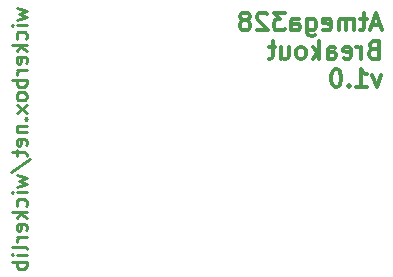
<source format=gbo>
G04 #@! TF.FileFunction,Legend,Bot*
%FSLAX46Y46*%
G04 Gerber Fmt 4.6, Leading zero omitted, Abs format (unit mm)*
G04 Created by KiCad (PCBNEW 4.0.1-3.201512221402+6198~38~ubuntu14.04.1-stable) date Tue 12 Jul 2016 08:06:01 PM PDT*
%MOMM*%
G01*
G04 APERTURE LIST*
%ADD10C,0.100000*%
%ADD11C,0.254000*%
%ADD12C,0.300000*%
G04 APERTURE END LIST*
D10*
D11*
X107296857Y-89161259D02*
X108143524Y-89403163D01*
X107538762Y-89645068D01*
X108143524Y-89886973D01*
X107296857Y-90128878D01*
X108143524Y-90612687D02*
X107296857Y-90612687D01*
X106873524Y-90612687D02*
X106934000Y-90552211D01*
X106994476Y-90612687D01*
X106934000Y-90673163D01*
X106873524Y-90612687D01*
X106994476Y-90612687D01*
X108083048Y-91761735D02*
X108143524Y-91640782D01*
X108143524Y-91398878D01*
X108083048Y-91277925D01*
X108022571Y-91217449D01*
X107901619Y-91156973D01*
X107538762Y-91156973D01*
X107417810Y-91217449D01*
X107357333Y-91277925D01*
X107296857Y-91398878D01*
X107296857Y-91640782D01*
X107357333Y-91761735D01*
X108143524Y-92306020D02*
X106873524Y-92306020D01*
X107659714Y-92426972D02*
X108143524Y-92789829D01*
X107296857Y-92789829D02*
X107780667Y-92306020D01*
X108083048Y-93817924D02*
X108143524Y-93696972D01*
X108143524Y-93455067D01*
X108083048Y-93334115D01*
X107962095Y-93273639D01*
X107478286Y-93273639D01*
X107357333Y-93334115D01*
X107296857Y-93455067D01*
X107296857Y-93696972D01*
X107357333Y-93817924D01*
X107478286Y-93878401D01*
X107599238Y-93878401D01*
X107720190Y-93273639D01*
X108143524Y-94422686D02*
X107296857Y-94422686D01*
X107538762Y-94422686D02*
X107417810Y-94483162D01*
X107357333Y-94543638D01*
X107296857Y-94664591D01*
X107296857Y-94785543D01*
X108143524Y-95208876D02*
X106873524Y-95208876D01*
X107357333Y-95208876D02*
X107296857Y-95329828D01*
X107296857Y-95571733D01*
X107357333Y-95692685D01*
X107417810Y-95753162D01*
X107538762Y-95813638D01*
X107901619Y-95813638D01*
X108022571Y-95753162D01*
X108083048Y-95692685D01*
X108143524Y-95571733D01*
X108143524Y-95329828D01*
X108083048Y-95208876D01*
X108143524Y-96539353D02*
X108083048Y-96418400D01*
X108022571Y-96357924D01*
X107901619Y-96297448D01*
X107538762Y-96297448D01*
X107417810Y-96357924D01*
X107357333Y-96418400D01*
X107296857Y-96539353D01*
X107296857Y-96720781D01*
X107357333Y-96841733D01*
X107417810Y-96902210D01*
X107538762Y-96962686D01*
X107901619Y-96962686D01*
X108022571Y-96902210D01*
X108083048Y-96841733D01*
X108143524Y-96720781D01*
X108143524Y-96539353D01*
X108143524Y-97386020D02*
X107296857Y-98051258D01*
X107296857Y-97386020D02*
X108143524Y-98051258D01*
X108022571Y-98535067D02*
X108083048Y-98595543D01*
X108143524Y-98535067D01*
X108083048Y-98474591D01*
X108022571Y-98535067D01*
X108143524Y-98535067D01*
X107296857Y-99139829D02*
X108143524Y-99139829D01*
X107417810Y-99139829D02*
X107357333Y-99200305D01*
X107296857Y-99321258D01*
X107296857Y-99502686D01*
X107357333Y-99623638D01*
X107478286Y-99684115D01*
X108143524Y-99684115D01*
X108083048Y-100772686D02*
X108143524Y-100651734D01*
X108143524Y-100409829D01*
X108083048Y-100288877D01*
X107962095Y-100228401D01*
X107478286Y-100228401D01*
X107357333Y-100288877D01*
X107296857Y-100409829D01*
X107296857Y-100651734D01*
X107357333Y-100772686D01*
X107478286Y-100833163D01*
X107599238Y-100833163D01*
X107720190Y-100228401D01*
X107296857Y-101196019D02*
X107296857Y-101679829D01*
X106873524Y-101377448D02*
X107962095Y-101377448D01*
X108083048Y-101437924D01*
X108143524Y-101558877D01*
X108143524Y-101679829D01*
X106813048Y-103010305D02*
X108445905Y-101921733D01*
X107296857Y-103312686D02*
X108143524Y-103554590D01*
X107538762Y-103796495D01*
X108143524Y-104038400D01*
X107296857Y-104280305D01*
X108143524Y-104764114D02*
X107296857Y-104764114D01*
X106873524Y-104764114D02*
X106934000Y-104703638D01*
X106994476Y-104764114D01*
X106934000Y-104824590D01*
X106873524Y-104764114D01*
X106994476Y-104764114D01*
X108083048Y-105913162D02*
X108143524Y-105792209D01*
X108143524Y-105550305D01*
X108083048Y-105429352D01*
X108022571Y-105368876D01*
X107901619Y-105308400D01*
X107538762Y-105308400D01*
X107417810Y-105368876D01*
X107357333Y-105429352D01*
X107296857Y-105550305D01*
X107296857Y-105792209D01*
X107357333Y-105913162D01*
X108143524Y-106457447D02*
X106873524Y-106457447D01*
X107659714Y-106578399D02*
X108143524Y-106941256D01*
X107296857Y-106941256D02*
X107780667Y-106457447D01*
X108083048Y-107969351D02*
X108143524Y-107848399D01*
X108143524Y-107606494D01*
X108083048Y-107485542D01*
X107962095Y-107425066D01*
X107478286Y-107425066D01*
X107357333Y-107485542D01*
X107296857Y-107606494D01*
X107296857Y-107848399D01*
X107357333Y-107969351D01*
X107478286Y-108029828D01*
X107599238Y-108029828D01*
X107720190Y-107425066D01*
X108143524Y-108574113D02*
X107296857Y-108574113D01*
X107538762Y-108574113D02*
X107417810Y-108634589D01*
X107357333Y-108695065D01*
X107296857Y-108816018D01*
X107296857Y-108936970D01*
X108143524Y-109541732D02*
X108083048Y-109420779D01*
X107962095Y-109360303D01*
X106873524Y-109360303D01*
X108143524Y-110025541D02*
X107296857Y-110025541D01*
X106873524Y-110025541D02*
X106934000Y-109965065D01*
X106994476Y-110025541D01*
X106934000Y-110086017D01*
X106873524Y-110025541D01*
X106994476Y-110025541D01*
X108143524Y-110630303D02*
X106873524Y-110630303D01*
X107357333Y-110630303D02*
X107296857Y-110751255D01*
X107296857Y-110993160D01*
X107357333Y-111114112D01*
X107417810Y-111174589D01*
X107538762Y-111235065D01*
X107901619Y-111235065D01*
X108022571Y-111174589D01*
X108083048Y-111114112D01*
X108143524Y-110993160D01*
X108143524Y-110751255D01*
X108083048Y-110630303D01*
D12*
X138068086Y-90610800D02*
X137353800Y-90610800D01*
X138210943Y-91039371D02*
X137710943Y-89539371D01*
X137210943Y-91039371D01*
X136925229Y-90039371D02*
X136353800Y-90039371D01*
X136710943Y-89539371D02*
X136710943Y-90825086D01*
X136639515Y-90967943D01*
X136496657Y-91039371D01*
X136353800Y-91039371D01*
X135853800Y-91039371D02*
X135853800Y-90039371D01*
X135853800Y-90182229D02*
X135782372Y-90110800D01*
X135639514Y-90039371D01*
X135425229Y-90039371D01*
X135282372Y-90110800D01*
X135210943Y-90253657D01*
X135210943Y-91039371D01*
X135210943Y-90253657D02*
X135139514Y-90110800D01*
X134996657Y-90039371D01*
X134782372Y-90039371D01*
X134639514Y-90110800D01*
X134568086Y-90253657D01*
X134568086Y-91039371D01*
X133282372Y-90967943D02*
X133425229Y-91039371D01*
X133710943Y-91039371D01*
X133853800Y-90967943D01*
X133925229Y-90825086D01*
X133925229Y-90253657D01*
X133853800Y-90110800D01*
X133710943Y-90039371D01*
X133425229Y-90039371D01*
X133282372Y-90110800D01*
X133210943Y-90253657D01*
X133210943Y-90396514D01*
X133925229Y-90539371D01*
X131925229Y-90039371D02*
X131925229Y-91253657D01*
X131996658Y-91396514D01*
X132068086Y-91467943D01*
X132210943Y-91539371D01*
X132425229Y-91539371D01*
X132568086Y-91467943D01*
X131925229Y-90967943D02*
X132068086Y-91039371D01*
X132353800Y-91039371D01*
X132496658Y-90967943D01*
X132568086Y-90896514D01*
X132639515Y-90753657D01*
X132639515Y-90325086D01*
X132568086Y-90182229D01*
X132496658Y-90110800D01*
X132353800Y-90039371D01*
X132068086Y-90039371D01*
X131925229Y-90110800D01*
X130568086Y-91039371D02*
X130568086Y-90253657D01*
X130639515Y-90110800D01*
X130782372Y-90039371D01*
X131068086Y-90039371D01*
X131210943Y-90110800D01*
X130568086Y-90967943D02*
X130710943Y-91039371D01*
X131068086Y-91039371D01*
X131210943Y-90967943D01*
X131282372Y-90825086D01*
X131282372Y-90682229D01*
X131210943Y-90539371D01*
X131068086Y-90467943D01*
X130710943Y-90467943D01*
X130568086Y-90396514D01*
X129996657Y-89539371D02*
X129068086Y-89539371D01*
X129568086Y-90110800D01*
X129353800Y-90110800D01*
X129210943Y-90182229D01*
X129139514Y-90253657D01*
X129068086Y-90396514D01*
X129068086Y-90753657D01*
X129139514Y-90896514D01*
X129210943Y-90967943D01*
X129353800Y-91039371D01*
X129782372Y-91039371D01*
X129925229Y-90967943D01*
X129996657Y-90896514D01*
X128496658Y-89682229D02*
X128425229Y-89610800D01*
X128282372Y-89539371D01*
X127925229Y-89539371D01*
X127782372Y-89610800D01*
X127710943Y-89682229D01*
X127639515Y-89825086D01*
X127639515Y-89967943D01*
X127710943Y-90182229D01*
X128568086Y-91039371D01*
X127639515Y-91039371D01*
X126782372Y-90182229D02*
X126925230Y-90110800D01*
X126996658Y-90039371D01*
X127068087Y-89896514D01*
X127068087Y-89825086D01*
X126996658Y-89682229D01*
X126925230Y-89610800D01*
X126782372Y-89539371D01*
X126496658Y-89539371D01*
X126353801Y-89610800D01*
X126282372Y-89682229D01*
X126210944Y-89825086D01*
X126210944Y-89896514D01*
X126282372Y-90039371D01*
X126353801Y-90110800D01*
X126496658Y-90182229D01*
X126782372Y-90182229D01*
X126925230Y-90253657D01*
X126996658Y-90325086D01*
X127068087Y-90467943D01*
X127068087Y-90753657D01*
X126996658Y-90896514D01*
X126925230Y-90967943D01*
X126782372Y-91039371D01*
X126496658Y-91039371D01*
X126353801Y-90967943D01*
X126282372Y-90896514D01*
X126210944Y-90753657D01*
X126210944Y-90467943D01*
X126282372Y-90325086D01*
X126353801Y-90253657D01*
X126496658Y-90182229D01*
X137496657Y-92653657D02*
X137282371Y-92725086D01*
X137210943Y-92796514D01*
X137139514Y-92939371D01*
X137139514Y-93153657D01*
X137210943Y-93296514D01*
X137282371Y-93367943D01*
X137425229Y-93439371D01*
X137996657Y-93439371D01*
X137996657Y-91939371D01*
X137496657Y-91939371D01*
X137353800Y-92010800D01*
X137282371Y-92082229D01*
X137210943Y-92225086D01*
X137210943Y-92367943D01*
X137282371Y-92510800D01*
X137353800Y-92582229D01*
X137496657Y-92653657D01*
X137996657Y-92653657D01*
X136496657Y-93439371D02*
X136496657Y-92439371D01*
X136496657Y-92725086D02*
X136425229Y-92582229D01*
X136353800Y-92510800D01*
X136210943Y-92439371D01*
X136068086Y-92439371D01*
X134996658Y-93367943D02*
X135139515Y-93439371D01*
X135425229Y-93439371D01*
X135568086Y-93367943D01*
X135639515Y-93225086D01*
X135639515Y-92653657D01*
X135568086Y-92510800D01*
X135425229Y-92439371D01*
X135139515Y-92439371D01*
X134996658Y-92510800D01*
X134925229Y-92653657D01*
X134925229Y-92796514D01*
X135639515Y-92939371D01*
X133639515Y-93439371D02*
X133639515Y-92653657D01*
X133710944Y-92510800D01*
X133853801Y-92439371D01*
X134139515Y-92439371D01*
X134282372Y-92510800D01*
X133639515Y-93367943D02*
X133782372Y-93439371D01*
X134139515Y-93439371D01*
X134282372Y-93367943D01*
X134353801Y-93225086D01*
X134353801Y-93082229D01*
X134282372Y-92939371D01*
X134139515Y-92867943D01*
X133782372Y-92867943D01*
X133639515Y-92796514D01*
X132925229Y-93439371D02*
X132925229Y-91939371D01*
X132782372Y-92867943D02*
X132353801Y-93439371D01*
X132353801Y-92439371D02*
X132925229Y-93010800D01*
X131496657Y-93439371D02*
X131639515Y-93367943D01*
X131710943Y-93296514D01*
X131782372Y-93153657D01*
X131782372Y-92725086D01*
X131710943Y-92582229D01*
X131639515Y-92510800D01*
X131496657Y-92439371D01*
X131282372Y-92439371D01*
X131139515Y-92510800D01*
X131068086Y-92582229D01*
X130996657Y-92725086D01*
X130996657Y-93153657D01*
X131068086Y-93296514D01*
X131139515Y-93367943D01*
X131282372Y-93439371D01*
X131496657Y-93439371D01*
X129710943Y-92439371D02*
X129710943Y-93439371D01*
X130353800Y-92439371D02*
X130353800Y-93225086D01*
X130282372Y-93367943D01*
X130139514Y-93439371D01*
X129925229Y-93439371D01*
X129782372Y-93367943D01*
X129710943Y-93296514D01*
X129210943Y-92439371D02*
X128639514Y-92439371D01*
X128996657Y-91939371D02*
X128996657Y-93225086D01*
X128925229Y-93367943D01*
X128782371Y-93439371D01*
X128639514Y-93439371D01*
X138139514Y-94839371D02*
X137782371Y-95839371D01*
X137425229Y-94839371D01*
X136068086Y-95839371D02*
X136925229Y-95839371D01*
X136496657Y-95839371D02*
X136496657Y-94339371D01*
X136639514Y-94553657D01*
X136782372Y-94696514D01*
X136925229Y-94767943D01*
X135425229Y-95696514D02*
X135353801Y-95767943D01*
X135425229Y-95839371D01*
X135496658Y-95767943D01*
X135425229Y-95696514D01*
X135425229Y-95839371D01*
X134425229Y-94339371D02*
X134282372Y-94339371D01*
X134139515Y-94410800D01*
X134068086Y-94482229D01*
X133996657Y-94625086D01*
X133925229Y-94910800D01*
X133925229Y-95267943D01*
X133996657Y-95553657D01*
X134068086Y-95696514D01*
X134139515Y-95767943D01*
X134282372Y-95839371D01*
X134425229Y-95839371D01*
X134568086Y-95767943D01*
X134639515Y-95696514D01*
X134710943Y-95553657D01*
X134782372Y-95267943D01*
X134782372Y-94910800D01*
X134710943Y-94625086D01*
X134639515Y-94482229D01*
X134568086Y-94410800D01*
X134425229Y-94339371D01*
M02*

</source>
